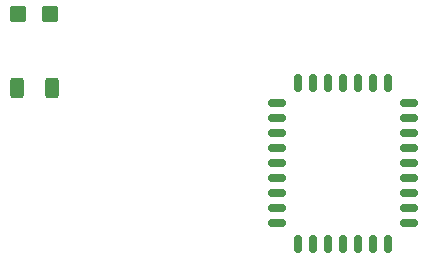
<source format=gbr>
%TF.GenerationSoftware,KiCad,Pcbnew,(6.0.6)*%
%TF.CreationDate,2022-10-29T15:41:58-04:00*%
%TF.ProjectId,isaacCart,69736161-6343-4617-9274-2e6b69636164,rev?*%
%TF.SameCoordinates,Original*%
%TF.FileFunction,Paste,Top*%
%TF.FilePolarity,Positive*%
%FSLAX46Y46*%
G04 Gerber Fmt 4.6, Leading zero omitted, Abs format (unit mm)*
G04 Created by KiCad (PCBNEW (6.0.6)) date 2022-10-29 15:41:58*
%MOMM*%
%LPD*%
G01*
G04 APERTURE LIST*
G04 Aperture macros list*
%AMRoundRect*
0 Rectangle with rounded corners*
0 $1 Rounding radius*
0 $2 $3 $4 $5 $6 $7 $8 $9 X,Y pos of 4 corners*
0 Add a 4 corners polygon primitive as box body*
4,1,4,$2,$3,$4,$5,$6,$7,$8,$9,$2,$3,0*
0 Add four circle primitives for the rounded corners*
1,1,$1+$1,$2,$3*
1,1,$1+$1,$4,$5*
1,1,$1+$1,$6,$7*
1,1,$1+$1,$8,$9*
0 Add four rect primitives between the rounded corners*
20,1,$1+$1,$2,$3,$4,$5,0*
20,1,$1+$1,$4,$5,$6,$7,0*
20,1,$1+$1,$6,$7,$8,$9,0*
20,1,$1+$1,$8,$9,$2,$3,0*%
G04 Aperture macros list end*
%ADD10RoundRect,0.250000X0.312500X0.625000X-0.312500X0.625000X-0.312500X-0.625000X0.312500X-0.625000X0*%
%ADD11RoundRect,0.250000X-0.450000X-0.425000X0.450000X-0.425000X0.450000X0.425000X-0.450000X0.425000X0*%
%ADD12RoundRect,0.150000X-0.150000X-0.587500X0.150000X-0.587500X0.150000X0.587500X-0.150000X0.587500X0*%
%ADD13RoundRect,0.150000X-0.587500X-0.150000X0.587500X-0.150000X0.587500X0.150000X-0.587500X0.150000X0*%
G04 APERTURE END LIST*
D10*
%TO.C,R1*%
X112902500Y-95370000D03*
X109977500Y-95370000D03*
%TD*%
D11*
%TO.C,C1*%
X110090000Y-89120000D03*
X112790000Y-89120000D03*
%TD*%
D12*
%TO.C,U1*%
X137565000Y-94907500D03*
X136295000Y-94907500D03*
X135025000Y-94907500D03*
X133755000Y-94907500D03*
D13*
X132002500Y-96665000D03*
X132002500Y-97935000D03*
X132002500Y-99205000D03*
X132002500Y-100475000D03*
X132002500Y-101745000D03*
X132002500Y-103015000D03*
X132002500Y-104285000D03*
X132002500Y-105555000D03*
X132002500Y-106825000D03*
D12*
X133755000Y-108582500D03*
X135025000Y-108582500D03*
X136295000Y-108582500D03*
X137565000Y-108582500D03*
X138835000Y-108582500D03*
X140105000Y-108582500D03*
X141375000Y-108582500D03*
D13*
X143127500Y-106825000D03*
X143127500Y-105555000D03*
X143127500Y-104285000D03*
X143127500Y-103015000D03*
X143127500Y-101745000D03*
X143127500Y-100475000D03*
X143127500Y-99205000D03*
X143127500Y-97935000D03*
X143127500Y-96665000D03*
D12*
X141375000Y-94907500D03*
X140105000Y-94907500D03*
X138835000Y-94907500D03*
%TD*%
M02*

</source>
